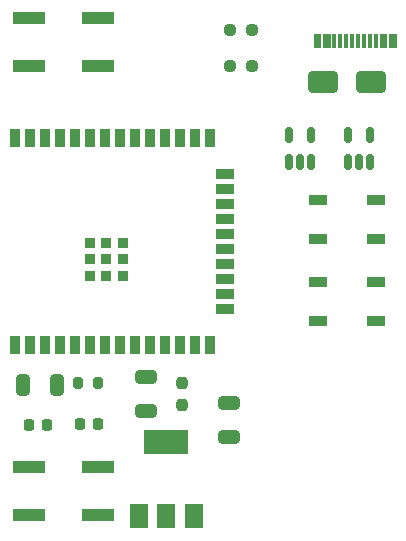
<source format=gtp>
G04 #@! TF.GenerationSoftware,KiCad,Pcbnew,7.0.8-7.0.8~ubuntu22.04.1*
G04 #@! TF.CreationDate,2023-11-04T16:43:40+00:00*
G04 #@! TF.ProjectId,kicad_dual_neopixel_driver,6b696361-645f-4647-9561-6c5f6e656f70,rev?*
G04 #@! TF.SameCoordinates,Original*
G04 #@! TF.FileFunction,Paste,Top*
G04 #@! TF.FilePolarity,Positive*
%FSLAX46Y46*%
G04 Gerber Fmt 4.6, Leading zero omitted, Abs format (unit mm)*
G04 Created by KiCad (PCBNEW 7.0.8-7.0.8~ubuntu22.04.1) date 2023-11-04 16:43:40*
%MOMM*%
%LPD*%
G01*
G04 APERTURE LIST*
G04 Aperture macros list*
%AMRoundRect*
0 Rectangle with rounded corners*
0 $1 Rounding radius*
0 $2 $3 $4 $5 $6 $7 $8 $9 X,Y pos of 4 corners*
0 Add a 4 corners polygon primitive as box body*
4,1,4,$2,$3,$4,$5,$6,$7,$8,$9,$2,$3,0*
0 Add four circle primitives for the rounded corners*
1,1,$1+$1,$2,$3*
1,1,$1+$1,$4,$5*
1,1,$1+$1,$6,$7*
1,1,$1+$1,$8,$9*
0 Add four rect primitives between the rounded corners*
20,1,$1+$1,$2,$3,$4,$5,0*
20,1,$1+$1,$4,$5,$6,$7,0*
20,1,$1+$1,$6,$7,$8,$9,0*
20,1,$1+$1,$8,$9,$2,$3,0*%
G04 Aperture macros list end*
%ADD10RoundRect,0.237500X0.250000X0.237500X-0.250000X0.237500X-0.250000X-0.237500X0.250000X-0.237500X0*%
%ADD11RoundRect,0.237500X-0.237500X0.250000X-0.237500X-0.250000X0.237500X-0.250000X0.237500X0.250000X0*%
%ADD12R,1.500000X2.000000*%
%ADD13R,3.800000X2.000000*%
%ADD14R,0.900000X1.500000*%
%ADD15R,1.500000X0.900000*%
%ADD16R,0.900000X0.900000*%
%ADD17R,2.800000X1.000000*%
%ADD18R,0.300000X1.150000*%
%ADD19RoundRect,0.250000X0.650000X-0.325000X0.650000X0.325000X-0.650000X0.325000X-0.650000X-0.325000X0*%
%ADD20RoundRect,0.225000X-0.225000X-0.250000X0.225000X-0.250000X0.225000X0.250000X-0.225000X0.250000X0*%
%ADD21RoundRect,0.250000X1.000000X0.650000X-1.000000X0.650000X-1.000000X-0.650000X1.000000X-0.650000X0*%
%ADD22RoundRect,0.200000X0.200000X0.275000X-0.200000X0.275000X-0.200000X-0.275000X0.200000X-0.275000X0*%
%ADD23RoundRect,0.150000X0.150000X-0.512500X0.150000X0.512500X-0.150000X0.512500X-0.150000X-0.512500X0*%
%ADD24RoundRect,0.225000X0.225000X0.250000X-0.225000X0.250000X-0.225000X-0.250000X0.225000X-0.250000X0*%
%ADD25RoundRect,0.250000X0.325000X0.650000X-0.325000X0.650000X-0.325000X-0.650000X0.325000X-0.650000X0*%
G04 APERTURE END LIST*
D10*
G04 #@! TO.C,R1*
X156912500Y-97000000D03*
X155087500Y-97000000D03*
G04 #@! TD*
D11*
G04 #@! TO.C,R3*
X151000000Y-126887500D03*
X151000000Y-128712500D03*
G04 #@! TD*
D12*
G04 #@! TO.C,U1*
X147400000Y-138150000D03*
X149700000Y-138150000D03*
D13*
X149700000Y-131850000D03*
D12*
X152000000Y-138150000D03*
G04 #@! TD*
D14*
G04 #@! TO.C,U4*
X136880000Y-123650000D03*
X138150000Y-123650000D03*
X139420000Y-123650000D03*
X140690000Y-123650000D03*
X141960000Y-123650000D03*
X143230000Y-123650000D03*
X144500000Y-123650000D03*
X145770000Y-123650000D03*
X147040000Y-123650000D03*
X148310000Y-123650000D03*
X149580000Y-123650000D03*
X150850000Y-123650000D03*
X152120000Y-123650000D03*
X153390000Y-123650000D03*
D15*
X154640000Y-120610000D03*
X154640000Y-119340000D03*
X154640000Y-118070000D03*
X154640000Y-116800000D03*
X154640000Y-115530000D03*
X154640000Y-114260000D03*
X154640000Y-112990000D03*
X154640000Y-111720000D03*
X154640000Y-110450000D03*
X154640000Y-109180000D03*
D14*
X153390000Y-106150000D03*
X152120000Y-106150000D03*
X150850000Y-106150000D03*
X149580000Y-106150000D03*
X148310000Y-106150000D03*
X147040000Y-106150000D03*
X145770000Y-106150000D03*
X144500000Y-106150000D03*
X143230000Y-106150000D03*
X141960000Y-106150000D03*
X140690000Y-106150000D03*
X139420000Y-106150000D03*
X138150000Y-106150000D03*
X136880000Y-106150000D03*
D16*
X143200000Y-117800000D03*
X144600000Y-117800000D03*
X146000000Y-117800000D03*
X143200000Y-116400000D03*
X144600000Y-116400000D03*
X146000000Y-116400000D03*
X143200000Y-115000000D03*
X144600000Y-115000000D03*
X146000000Y-115000000D03*
G04 #@! TD*
D10*
G04 #@! TO.C,R2*
X156912500Y-100000000D03*
X155087500Y-100000000D03*
G04 #@! TD*
D17*
G04 #@! TO.C,SW2*
X138100000Y-96000000D03*
X143900000Y-96000000D03*
X138100000Y-100000000D03*
X143900000Y-100000000D03*
G04 #@! TD*
D18*
G04 #@! TO.C,J5*
X169030000Y-97870000D03*
X168230000Y-97870000D03*
X166930000Y-97870000D03*
X165930000Y-97870000D03*
X165430000Y-97870000D03*
X164430000Y-97870000D03*
X163130000Y-97870000D03*
X162330000Y-97870000D03*
X162630000Y-97870000D03*
X163430000Y-97870000D03*
X163930000Y-97870000D03*
X164930000Y-97870000D03*
X166430000Y-97870000D03*
X167430000Y-97870000D03*
X167930000Y-97870000D03*
X168730000Y-97870000D03*
G04 #@! TD*
D19*
G04 #@! TO.C,C1*
X155000000Y-131475000D03*
X155000000Y-128525000D03*
G04 #@! TD*
D20*
G04 #@! TO.C,C5*
X142400000Y-130300000D03*
X143950000Y-130300000D03*
G04 #@! TD*
D21*
G04 #@! TO.C,D2*
X167000000Y-101400000D03*
X163000000Y-101400000D03*
G04 #@! TD*
D15*
G04 #@! TO.C,D1*
X162550000Y-111350000D03*
X162550000Y-114650000D03*
X167450000Y-114650000D03*
X167450000Y-111350000D03*
G04 #@! TD*
D22*
G04 #@! TO.C,R5*
X143900000Y-126900000D03*
X142250000Y-126900000D03*
G04 #@! TD*
D23*
G04 #@! TO.C,U3*
X165050000Y-108137500D03*
X166000000Y-108137500D03*
X166950000Y-108137500D03*
X166950000Y-105862500D03*
X165050000Y-105862500D03*
G04 #@! TD*
D19*
G04 #@! TO.C,C2*
X148000000Y-129275000D03*
X148000000Y-126325000D03*
G04 #@! TD*
D23*
G04 #@! TO.C,U2*
X160050000Y-108137500D03*
X161000000Y-108137500D03*
X161950000Y-108137500D03*
X161950000Y-105862500D03*
X160050000Y-105862500D03*
G04 #@! TD*
D15*
G04 #@! TO.C,D3*
X162550000Y-118350000D03*
X162550000Y-121650000D03*
X167450000Y-121650000D03*
X167450000Y-118350000D03*
G04 #@! TD*
D24*
G04 #@! TO.C,C4*
X139575000Y-130400000D03*
X138025000Y-130400000D03*
G04 #@! TD*
D17*
G04 #@! TO.C,SW1*
X143900000Y-138000000D03*
X138100000Y-138000000D03*
X143900000Y-134000000D03*
X138100000Y-134000000D03*
G04 #@! TD*
D25*
G04 #@! TO.C,C3*
X140475000Y-127000000D03*
X137525000Y-127000000D03*
G04 #@! TD*
M02*

</source>
